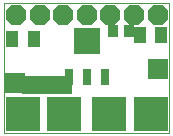
<source format=gbs>
G75*
%MOIN*%
%OFA0B0*%
%FSLAX25Y25*%
%IPPOS*%
%LPD*%
%AMOC8*
5,1,8,0,0,1.08239X$1,22.5*
%
%ADD10C,0.00000*%
%ADD11R,0.16535X0.05906*%
%ADD12R,0.11430X0.11430*%
%ADD13C,0.01981*%
%ADD14R,0.06706X0.06706*%
%ADD15R,0.03950X0.05524*%
%ADD16OC8,0.06706*%
%ADD17R,0.03083X0.05524*%
%ADD18R,0.08674X0.08674*%
%ADD19R,0.03556X0.04343*%
D10*
X0056586Y0044415D02*
X0056586Y0087722D01*
X0111704Y0087722D01*
X0111704Y0044415D01*
X0056586Y0044415D01*
X0058593Y0047013D02*
X0058595Y0047061D01*
X0058601Y0047109D01*
X0058611Y0047156D01*
X0058624Y0047202D01*
X0058642Y0047247D01*
X0058662Y0047291D01*
X0058687Y0047333D01*
X0058715Y0047372D01*
X0058745Y0047409D01*
X0058779Y0047443D01*
X0058816Y0047475D01*
X0058854Y0047504D01*
X0058895Y0047529D01*
X0058938Y0047551D01*
X0058983Y0047569D01*
X0059029Y0047583D01*
X0059076Y0047594D01*
X0059124Y0047601D01*
X0059172Y0047604D01*
X0059220Y0047603D01*
X0059268Y0047598D01*
X0059316Y0047589D01*
X0059362Y0047577D01*
X0059407Y0047560D01*
X0059451Y0047540D01*
X0059493Y0047517D01*
X0059533Y0047490D01*
X0059571Y0047460D01*
X0059606Y0047427D01*
X0059638Y0047391D01*
X0059668Y0047353D01*
X0059694Y0047312D01*
X0059716Y0047269D01*
X0059736Y0047225D01*
X0059751Y0047180D01*
X0059763Y0047133D01*
X0059771Y0047085D01*
X0059775Y0047037D01*
X0059775Y0046989D01*
X0059771Y0046941D01*
X0059763Y0046893D01*
X0059751Y0046846D01*
X0059736Y0046801D01*
X0059716Y0046757D01*
X0059694Y0046714D01*
X0059668Y0046673D01*
X0059638Y0046635D01*
X0059606Y0046599D01*
X0059571Y0046566D01*
X0059533Y0046536D01*
X0059493Y0046509D01*
X0059451Y0046486D01*
X0059407Y0046466D01*
X0059362Y0046449D01*
X0059316Y0046437D01*
X0059268Y0046428D01*
X0059220Y0046423D01*
X0059172Y0046422D01*
X0059124Y0046425D01*
X0059076Y0046432D01*
X0059029Y0046443D01*
X0058983Y0046457D01*
X0058938Y0046475D01*
X0058895Y0046497D01*
X0058854Y0046522D01*
X0058816Y0046551D01*
X0058779Y0046583D01*
X0058745Y0046617D01*
X0058715Y0046654D01*
X0058687Y0046693D01*
X0058662Y0046735D01*
X0058642Y0046779D01*
X0058624Y0046824D01*
X0058611Y0046870D01*
X0058601Y0046917D01*
X0058595Y0046965D01*
X0058593Y0047013D01*
X0058593Y0054415D02*
X0058595Y0054463D01*
X0058601Y0054511D01*
X0058611Y0054558D01*
X0058624Y0054604D01*
X0058642Y0054649D01*
X0058662Y0054693D01*
X0058687Y0054735D01*
X0058715Y0054774D01*
X0058745Y0054811D01*
X0058779Y0054845D01*
X0058816Y0054877D01*
X0058854Y0054906D01*
X0058895Y0054931D01*
X0058938Y0054953D01*
X0058983Y0054971D01*
X0059029Y0054985D01*
X0059076Y0054996D01*
X0059124Y0055003D01*
X0059172Y0055006D01*
X0059220Y0055005D01*
X0059268Y0055000D01*
X0059316Y0054991D01*
X0059362Y0054979D01*
X0059407Y0054962D01*
X0059451Y0054942D01*
X0059493Y0054919D01*
X0059533Y0054892D01*
X0059571Y0054862D01*
X0059606Y0054829D01*
X0059638Y0054793D01*
X0059668Y0054755D01*
X0059694Y0054714D01*
X0059716Y0054671D01*
X0059736Y0054627D01*
X0059751Y0054582D01*
X0059763Y0054535D01*
X0059771Y0054487D01*
X0059775Y0054439D01*
X0059775Y0054391D01*
X0059771Y0054343D01*
X0059763Y0054295D01*
X0059751Y0054248D01*
X0059736Y0054203D01*
X0059716Y0054159D01*
X0059694Y0054116D01*
X0059668Y0054075D01*
X0059638Y0054037D01*
X0059606Y0054001D01*
X0059571Y0053968D01*
X0059533Y0053938D01*
X0059493Y0053911D01*
X0059451Y0053888D01*
X0059407Y0053868D01*
X0059362Y0053851D01*
X0059316Y0053839D01*
X0059268Y0053830D01*
X0059220Y0053825D01*
X0059172Y0053824D01*
X0059124Y0053827D01*
X0059076Y0053834D01*
X0059029Y0053845D01*
X0058983Y0053859D01*
X0058938Y0053877D01*
X0058895Y0053899D01*
X0058854Y0053924D01*
X0058816Y0053953D01*
X0058779Y0053985D01*
X0058745Y0054019D01*
X0058715Y0054056D01*
X0058687Y0054095D01*
X0058662Y0054137D01*
X0058642Y0054181D01*
X0058624Y0054226D01*
X0058611Y0054272D01*
X0058601Y0054319D01*
X0058595Y0054367D01*
X0058593Y0054415D01*
X0065995Y0054415D02*
X0065997Y0054463D01*
X0066003Y0054511D01*
X0066013Y0054558D01*
X0066026Y0054604D01*
X0066044Y0054649D01*
X0066064Y0054693D01*
X0066089Y0054735D01*
X0066117Y0054774D01*
X0066147Y0054811D01*
X0066181Y0054845D01*
X0066218Y0054877D01*
X0066256Y0054906D01*
X0066297Y0054931D01*
X0066340Y0054953D01*
X0066385Y0054971D01*
X0066431Y0054985D01*
X0066478Y0054996D01*
X0066526Y0055003D01*
X0066574Y0055006D01*
X0066622Y0055005D01*
X0066670Y0055000D01*
X0066718Y0054991D01*
X0066764Y0054979D01*
X0066809Y0054962D01*
X0066853Y0054942D01*
X0066895Y0054919D01*
X0066935Y0054892D01*
X0066973Y0054862D01*
X0067008Y0054829D01*
X0067040Y0054793D01*
X0067070Y0054755D01*
X0067096Y0054714D01*
X0067118Y0054671D01*
X0067138Y0054627D01*
X0067153Y0054582D01*
X0067165Y0054535D01*
X0067173Y0054487D01*
X0067177Y0054439D01*
X0067177Y0054391D01*
X0067173Y0054343D01*
X0067165Y0054295D01*
X0067153Y0054248D01*
X0067138Y0054203D01*
X0067118Y0054159D01*
X0067096Y0054116D01*
X0067070Y0054075D01*
X0067040Y0054037D01*
X0067008Y0054001D01*
X0066973Y0053968D01*
X0066935Y0053938D01*
X0066895Y0053911D01*
X0066853Y0053888D01*
X0066809Y0053868D01*
X0066764Y0053851D01*
X0066718Y0053839D01*
X0066670Y0053830D01*
X0066622Y0053825D01*
X0066574Y0053824D01*
X0066526Y0053827D01*
X0066478Y0053834D01*
X0066431Y0053845D01*
X0066385Y0053859D01*
X0066340Y0053877D01*
X0066297Y0053899D01*
X0066256Y0053924D01*
X0066218Y0053953D01*
X0066181Y0053985D01*
X0066147Y0054019D01*
X0066117Y0054056D01*
X0066089Y0054095D01*
X0066064Y0054137D01*
X0066044Y0054181D01*
X0066026Y0054226D01*
X0066013Y0054272D01*
X0066003Y0054319D01*
X0065997Y0054367D01*
X0065995Y0054415D01*
X0072373Y0054415D02*
X0072375Y0054463D01*
X0072381Y0054511D01*
X0072391Y0054558D01*
X0072404Y0054604D01*
X0072422Y0054649D01*
X0072442Y0054693D01*
X0072467Y0054735D01*
X0072495Y0054774D01*
X0072525Y0054811D01*
X0072559Y0054845D01*
X0072596Y0054877D01*
X0072634Y0054906D01*
X0072675Y0054931D01*
X0072718Y0054953D01*
X0072763Y0054971D01*
X0072809Y0054985D01*
X0072856Y0054996D01*
X0072904Y0055003D01*
X0072952Y0055006D01*
X0073000Y0055005D01*
X0073048Y0055000D01*
X0073096Y0054991D01*
X0073142Y0054979D01*
X0073187Y0054962D01*
X0073231Y0054942D01*
X0073273Y0054919D01*
X0073313Y0054892D01*
X0073351Y0054862D01*
X0073386Y0054829D01*
X0073418Y0054793D01*
X0073448Y0054755D01*
X0073474Y0054714D01*
X0073496Y0054671D01*
X0073516Y0054627D01*
X0073531Y0054582D01*
X0073543Y0054535D01*
X0073551Y0054487D01*
X0073555Y0054439D01*
X0073555Y0054391D01*
X0073551Y0054343D01*
X0073543Y0054295D01*
X0073531Y0054248D01*
X0073516Y0054203D01*
X0073496Y0054159D01*
X0073474Y0054116D01*
X0073448Y0054075D01*
X0073418Y0054037D01*
X0073386Y0054001D01*
X0073351Y0053968D01*
X0073313Y0053938D01*
X0073273Y0053911D01*
X0073231Y0053888D01*
X0073187Y0053868D01*
X0073142Y0053851D01*
X0073096Y0053839D01*
X0073048Y0053830D01*
X0073000Y0053825D01*
X0072952Y0053824D01*
X0072904Y0053827D01*
X0072856Y0053834D01*
X0072809Y0053845D01*
X0072763Y0053859D01*
X0072718Y0053877D01*
X0072675Y0053899D01*
X0072634Y0053924D01*
X0072596Y0053953D01*
X0072559Y0053985D01*
X0072525Y0054019D01*
X0072495Y0054056D01*
X0072467Y0054095D01*
X0072442Y0054137D01*
X0072422Y0054181D01*
X0072404Y0054226D01*
X0072391Y0054272D01*
X0072381Y0054319D01*
X0072375Y0054367D01*
X0072373Y0054415D01*
X0072373Y0047013D02*
X0072375Y0047061D01*
X0072381Y0047109D01*
X0072391Y0047156D01*
X0072404Y0047202D01*
X0072422Y0047247D01*
X0072442Y0047291D01*
X0072467Y0047333D01*
X0072495Y0047372D01*
X0072525Y0047409D01*
X0072559Y0047443D01*
X0072596Y0047475D01*
X0072634Y0047504D01*
X0072675Y0047529D01*
X0072718Y0047551D01*
X0072763Y0047569D01*
X0072809Y0047583D01*
X0072856Y0047594D01*
X0072904Y0047601D01*
X0072952Y0047604D01*
X0073000Y0047603D01*
X0073048Y0047598D01*
X0073096Y0047589D01*
X0073142Y0047577D01*
X0073187Y0047560D01*
X0073231Y0047540D01*
X0073273Y0047517D01*
X0073313Y0047490D01*
X0073351Y0047460D01*
X0073386Y0047427D01*
X0073418Y0047391D01*
X0073448Y0047353D01*
X0073474Y0047312D01*
X0073496Y0047269D01*
X0073516Y0047225D01*
X0073531Y0047180D01*
X0073543Y0047133D01*
X0073551Y0047085D01*
X0073555Y0047037D01*
X0073555Y0046989D01*
X0073551Y0046941D01*
X0073543Y0046893D01*
X0073531Y0046846D01*
X0073516Y0046801D01*
X0073496Y0046757D01*
X0073474Y0046714D01*
X0073448Y0046673D01*
X0073418Y0046635D01*
X0073386Y0046599D01*
X0073351Y0046566D01*
X0073313Y0046536D01*
X0073273Y0046509D01*
X0073231Y0046486D01*
X0073187Y0046466D01*
X0073142Y0046449D01*
X0073096Y0046437D01*
X0073048Y0046428D01*
X0073000Y0046423D01*
X0072952Y0046422D01*
X0072904Y0046425D01*
X0072856Y0046432D01*
X0072809Y0046443D01*
X0072763Y0046457D01*
X0072718Y0046475D01*
X0072675Y0046497D01*
X0072634Y0046522D01*
X0072596Y0046551D01*
X0072559Y0046583D01*
X0072525Y0046617D01*
X0072495Y0046654D01*
X0072467Y0046693D01*
X0072442Y0046735D01*
X0072422Y0046779D01*
X0072404Y0046824D01*
X0072391Y0046870D01*
X0072381Y0046917D01*
X0072375Y0046965D01*
X0072373Y0047013D01*
X0065995Y0047013D02*
X0065997Y0047061D01*
X0066003Y0047109D01*
X0066013Y0047156D01*
X0066026Y0047202D01*
X0066044Y0047247D01*
X0066064Y0047291D01*
X0066089Y0047333D01*
X0066117Y0047372D01*
X0066147Y0047409D01*
X0066181Y0047443D01*
X0066218Y0047475D01*
X0066256Y0047504D01*
X0066297Y0047529D01*
X0066340Y0047551D01*
X0066385Y0047569D01*
X0066431Y0047583D01*
X0066478Y0047594D01*
X0066526Y0047601D01*
X0066574Y0047604D01*
X0066622Y0047603D01*
X0066670Y0047598D01*
X0066718Y0047589D01*
X0066764Y0047577D01*
X0066809Y0047560D01*
X0066853Y0047540D01*
X0066895Y0047517D01*
X0066935Y0047490D01*
X0066973Y0047460D01*
X0067008Y0047427D01*
X0067040Y0047391D01*
X0067070Y0047353D01*
X0067096Y0047312D01*
X0067118Y0047269D01*
X0067138Y0047225D01*
X0067153Y0047180D01*
X0067165Y0047133D01*
X0067173Y0047085D01*
X0067177Y0047037D01*
X0067177Y0046989D01*
X0067173Y0046941D01*
X0067165Y0046893D01*
X0067153Y0046846D01*
X0067138Y0046801D01*
X0067118Y0046757D01*
X0067096Y0046714D01*
X0067070Y0046673D01*
X0067040Y0046635D01*
X0067008Y0046599D01*
X0066973Y0046566D01*
X0066935Y0046536D01*
X0066895Y0046509D01*
X0066853Y0046486D01*
X0066809Y0046466D01*
X0066764Y0046449D01*
X0066718Y0046437D01*
X0066670Y0046428D01*
X0066622Y0046423D01*
X0066574Y0046422D01*
X0066526Y0046425D01*
X0066478Y0046432D01*
X0066431Y0046443D01*
X0066385Y0046457D01*
X0066340Y0046475D01*
X0066297Y0046497D01*
X0066256Y0046522D01*
X0066218Y0046551D01*
X0066181Y0046583D01*
X0066147Y0046617D01*
X0066117Y0046654D01*
X0066089Y0046693D01*
X0066064Y0046735D01*
X0066044Y0046779D01*
X0066026Y0046824D01*
X0066013Y0046870D01*
X0066003Y0046917D01*
X0065997Y0046965D01*
X0065995Y0047013D01*
X0079774Y0047013D02*
X0079776Y0047061D01*
X0079782Y0047109D01*
X0079792Y0047156D01*
X0079805Y0047202D01*
X0079823Y0047247D01*
X0079843Y0047291D01*
X0079868Y0047333D01*
X0079896Y0047372D01*
X0079926Y0047409D01*
X0079960Y0047443D01*
X0079997Y0047475D01*
X0080035Y0047504D01*
X0080076Y0047529D01*
X0080119Y0047551D01*
X0080164Y0047569D01*
X0080210Y0047583D01*
X0080257Y0047594D01*
X0080305Y0047601D01*
X0080353Y0047604D01*
X0080401Y0047603D01*
X0080449Y0047598D01*
X0080497Y0047589D01*
X0080543Y0047577D01*
X0080588Y0047560D01*
X0080632Y0047540D01*
X0080674Y0047517D01*
X0080714Y0047490D01*
X0080752Y0047460D01*
X0080787Y0047427D01*
X0080819Y0047391D01*
X0080849Y0047353D01*
X0080875Y0047312D01*
X0080897Y0047269D01*
X0080917Y0047225D01*
X0080932Y0047180D01*
X0080944Y0047133D01*
X0080952Y0047085D01*
X0080956Y0047037D01*
X0080956Y0046989D01*
X0080952Y0046941D01*
X0080944Y0046893D01*
X0080932Y0046846D01*
X0080917Y0046801D01*
X0080897Y0046757D01*
X0080875Y0046714D01*
X0080849Y0046673D01*
X0080819Y0046635D01*
X0080787Y0046599D01*
X0080752Y0046566D01*
X0080714Y0046536D01*
X0080674Y0046509D01*
X0080632Y0046486D01*
X0080588Y0046466D01*
X0080543Y0046449D01*
X0080497Y0046437D01*
X0080449Y0046428D01*
X0080401Y0046423D01*
X0080353Y0046422D01*
X0080305Y0046425D01*
X0080257Y0046432D01*
X0080210Y0046443D01*
X0080164Y0046457D01*
X0080119Y0046475D01*
X0080076Y0046497D01*
X0080035Y0046522D01*
X0079997Y0046551D01*
X0079960Y0046583D01*
X0079926Y0046617D01*
X0079896Y0046654D01*
X0079868Y0046693D01*
X0079843Y0046735D01*
X0079823Y0046779D01*
X0079805Y0046824D01*
X0079792Y0046870D01*
X0079782Y0046917D01*
X0079776Y0046965D01*
X0079774Y0047013D01*
X0079774Y0054415D02*
X0079776Y0054463D01*
X0079782Y0054511D01*
X0079792Y0054558D01*
X0079805Y0054604D01*
X0079823Y0054649D01*
X0079843Y0054693D01*
X0079868Y0054735D01*
X0079896Y0054774D01*
X0079926Y0054811D01*
X0079960Y0054845D01*
X0079997Y0054877D01*
X0080035Y0054906D01*
X0080076Y0054931D01*
X0080119Y0054953D01*
X0080164Y0054971D01*
X0080210Y0054985D01*
X0080257Y0054996D01*
X0080305Y0055003D01*
X0080353Y0055006D01*
X0080401Y0055005D01*
X0080449Y0055000D01*
X0080497Y0054991D01*
X0080543Y0054979D01*
X0080588Y0054962D01*
X0080632Y0054942D01*
X0080674Y0054919D01*
X0080714Y0054892D01*
X0080752Y0054862D01*
X0080787Y0054829D01*
X0080819Y0054793D01*
X0080849Y0054755D01*
X0080875Y0054714D01*
X0080897Y0054671D01*
X0080917Y0054627D01*
X0080932Y0054582D01*
X0080944Y0054535D01*
X0080952Y0054487D01*
X0080956Y0054439D01*
X0080956Y0054391D01*
X0080952Y0054343D01*
X0080944Y0054295D01*
X0080932Y0054248D01*
X0080917Y0054203D01*
X0080897Y0054159D01*
X0080875Y0054116D01*
X0080849Y0054075D01*
X0080819Y0054037D01*
X0080787Y0054001D01*
X0080752Y0053968D01*
X0080714Y0053938D01*
X0080674Y0053911D01*
X0080632Y0053888D01*
X0080588Y0053868D01*
X0080543Y0053851D01*
X0080497Y0053839D01*
X0080449Y0053830D01*
X0080401Y0053825D01*
X0080353Y0053824D01*
X0080305Y0053827D01*
X0080257Y0053834D01*
X0080210Y0053845D01*
X0080164Y0053859D01*
X0080119Y0053877D01*
X0080076Y0053899D01*
X0080035Y0053924D01*
X0079997Y0053953D01*
X0079960Y0053985D01*
X0079926Y0054019D01*
X0079896Y0054056D01*
X0079868Y0054095D01*
X0079843Y0054137D01*
X0079823Y0054181D01*
X0079805Y0054226D01*
X0079792Y0054272D01*
X0079782Y0054319D01*
X0079776Y0054367D01*
X0079774Y0054415D01*
X0087333Y0054415D02*
X0087335Y0054463D01*
X0087341Y0054511D01*
X0087351Y0054558D01*
X0087364Y0054604D01*
X0087382Y0054649D01*
X0087402Y0054693D01*
X0087427Y0054735D01*
X0087455Y0054774D01*
X0087485Y0054811D01*
X0087519Y0054845D01*
X0087556Y0054877D01*
X0087594Y0054906D01*
X0087635Y0054931D01*
X0087678Y0054953D01*
X0087723Y0054971D01*
X0087769Y0054985D01*
X0087816Y0054996D01*
X0087864Y0055003D01*
X0087912Y0055006D01*
X0087960Y0055005D01*
X0088008Y0055000D01*
X0088056Y0054991D01*
X0088102Y0054979D01*
X0088147Y0054962D01*
X0088191Y0054942D01*
X0088233Y0054919D01*
X0088273Y0054892D01*
X0088311Y0054862D01*
X0088346Y0054829D01*
X0088378Y0054793D01*
X0088408Y0054755D01*
X0088434Y0054714D01*
X0088456Y0054671D01*
X0088476Y0054627D01*
X0088491Y0054582D01*
X0088503Y0054535D01*
X0088511Y0054487D01*
X0088515Y0054439D01*
X0088515Y0054391D01*
X0088511Y0054343D01*
X0088503Y0054295D01*
X0088491Y0054248D01*
X0088476Y0054203D01*
X0088456Y0054159D01*
X0088434Y0054116D01*
X0088408Y0054075D01*
X0088378Y0054037D01*
X0088346Y0054001D01*
X0088311Y0053968D01*
X0088273Y0053938D01*
X0088233Y0053911D01*
X0088191Y0053888D01*
X0088147Y0053868D01*
X0088102Y0053851D01*
X0088056Y0053839D01*
X0088008Y0053830D01*
X0087960Y0053825D01*
X0087912Y0053824D01*
X0087864Y0053827D01*
X0087816Y0053834D01*
X0087769Y0053845D01*
X0087723Y0053859D01*
X0087678Y0053877D01*
X0087635Y0053899D01*
X0087594Y0053924D01*
X0087556Y0053953D01*
X0087519Y0053985D01*
X0087485Y0054019D01*
X0087455Y0054056D01*
X0087427Y0054095D01*
X0087402Y0054137D01*
X0087382Y0054181D01*
X0087364Y0054226D01*
X0087351Y0054272D01*
X0087341Y0054319D01*
X0087335Y0054367D01*
X0087333Y0054415D01*
X0087333Y0047013D02*
X0087335Y0047061D01*
X0087341Y0047109D01*
X0087351Y0047156D01*
X0087364Y0047202D01*
X0087382Y0047247D01*
X0087402Y0047291D01*
X0087427Y0047333D01*
X0087455Y0047372D01*
X0087485Y0047409D01*
X0087519Y0047443D01*
X0087556Y0047475D01*
X0087594Y0047504D01*
X0087635Y0047529D01*
X0087678Y0047551D01*
X0087723Y0047569D01*
X0087769Y0047583D01*
X0087816Y0047594D01*
X0087864Y0047601D01*
X0087912Y0047604D01*
X0087960Y0047603D01*
X0088008Y0047598D01*
X0088056Y0047589D01*
X0088102Y0047577D01*
X0088147Y0047560D01*
X0088191Y0047540D01*
X0088233Y0047517D01*
X0088273Y0047490D01*
X0088311Y0047460D01*
X0088346Y0047427D01*
X0088378Y0047391D01*
X0088408Y0047353D01*
X0088434Y0047312D01*
X0088456Y0047269D01*
X0088476Y0047225D01*
X0088491Y0047180D01*
X0088503Y0047133D01*
X0088511Y0047085D01*
X0088515Y0047037D01*
X0088515Y0046989D01*
X0088511Y0046941D01*
X0088503Y0046893D01*
X0088491Y0046846D01*
X0088476Y0046801D01*
X0088456Y0046757D01*
X0088434Y0046714D01*
X0088408Y0046673D01*
X0088378Y0046635D01*
X0088346Y0046599D01*
X0088311Y0046566D01*
X0088273Y0046536D01*
X0088233Y0046509D01*
X0088191Y0046486D01*
X0088147Y0046466D01*
X0088102Y0046449D01*
X0088056Y0046437D01*
X0088008Y0046428D01*
X0087960Y0046423D01*
X0087912Y0046422D01*
X0087864Y0046425D01*
X0087816Y0046432D01*
X0087769Y0046443D01*
X0087723Y0046457D01*
X0087678Y0046475D01*
X0087635Y0046497D01*
X0087594Y0046522D01*
X0087556Y0046551D01*
X0087519Y0046583D01*
X0087485Y0046617D01*
X0087455Y0046654D01*
X0087427Y0046693D01*
X0087402Y0046735D01*
X0087382Y0046779D01*
X0087364Y0046824D01*
X0087351Y0046870D01*
X0087341Y0046917D01*
X0087335Y0046965D01*
X0087333Y0047013D01*
X0094735Y0047013D02*
X0094737Y0047061D01*
X0094743Y0047109D01*
X0094753Y0047156D01*
X0094766Y0047202D01*
X0094784Y0047247D01*
X0094804Y0047291D01*
X0094829Y0047333D01*
X0094857Y0047372D01*
X0094887Y0047409D01*
X0094921Y0047443D01*
X0094958Y0047475D01*
X0094996Y0047504D01*
X0095037Y0047529D01*
X0095080Y0047551D01*
X0095125Y0047569D01*
X0095171Y0047583D01*
X0095218Y0047594D01*
X0095266Y0047601D01*
X0095314Y0047604D01*
X0095362Y0047603D01*
X0095410Y0047598D01*
X0095458Y0047589D01*
X0095504Y0047577D01*
X0095549Y0047560D01*
X0095593Y0047540D01*
X0095635Y0047517D01*
X0095675Y0047490D01*
X0095713Y0047460D01*
X0095748Y0047427D01*
X0095780Y0047391D01*
X0095810Y0047353D01*
X0095836Y0047312D01*
X0095858Y0047269D01*
X0095878Y0047225D01*
X0095893Y0047180D01*
X0095905Y0047133D01*
X0095913Y0047085D01*
X0095917Y0047037D01*
X0095917Y0046989D01*
X0095913Y0046941D01*
X0095905Y0046893D01*
X0095893Y0046846D01*
X0095878Y0046801D01*
X0095858Y0046757D01*
X0095836Y0046714D01*
X0095810Y0046673D01*
X0095780Y0046635D01*
X0095748Y0046599D01*
X0095713Y0046566D01*
X0095675Y0046536D01*
X0095635Y0046509D01*
X0095593Y0046486D01*
X0095549Y0046466D01*
X0095504Y0046449D01*
X0095458Y0046437D01*
X0095410Y0046428D01*
X0095362Y0046423D01*
X0095314Y0046422D01*
X0095266Y0046425D01*
X0095218Y0046432D01*
X0095171Y0046443D01*
X0095125Y0046457D01*
X0095080Y0046475D01*
X0095037Y0046497D01*
X0094996Y0046522D01*
X0094958Y0046551D01*
X0094921Y0046583D01*
X0094887Y0046617D01*
X0094857Y0046654D01*
X0094829Y0046693D01*
X0094804Y0046735D01*
X0094784Y0046779D01*
X0094766Y0046824D01*
X0094753Y0046870D01*
X0094743Y0046917D01*
X0094737Y0046965D01*
X0094735Y0047013D01*
X0101113Y0047013D02*
X0101115Y0047061D01*
X0101121Y0047109D01*
X0101131Y0047156D01*
X0101144Y0047202D01*
X0101162Y0047247D01*
X0101182Y0047291D01*
X0101207Y0047333D01*
X0101235Y0047372D01*
X0101265Y0047409D01*
X0101299Y0047443D01*
X0101336Y0047475D01*
X0101374Y0047504D01*
X0101415Y0047529D01*
X0101458Y0047551D01*
X0101503Y0047569D01*
X0101549Y0047583D01*
X0101596Y0047594D01*
X0101644Y0047601D01*
X0101692Y0047604D01*
X0101740Y0047603D01*
X0101788Y0047598D01*
X0101836Y0047589D01*
X0101882Y0047577D01*
X0101927Y0047560D01*
X0101971Y0047540D01*
X0102013Y0047517D01*
X0102053Y0047490D01*
X0102091Y0047460D01*
X0102126Y0047427D01*
X0102158Y0047391D01*
X0102188Y0047353D01*
X0102214Y0047312D01*
X0102236Y0047269D01*
X0102256Y0047225D01*
X0102271Y0047180D01*
X0102283Y0047133D01*
X0102291Y0047085D01*
X0102295Y0047037D01*
X0102295Y0046989D01*
X0102291Y0046941D01*
X0102283Y0046893D01*
X0102271Y0046846D01*
X0102256Y0046801D01*
X0102236Y0046757D01*
X0102214Y0046714D01*
X0102188Y0046673D01*
X0102158Y0046635D01*
X0102126Y0046599D01*
X0102091Y0046566D01*
X0102053Y0046536D01*
X0102013Y0046509D01*
X0101971Y0046486D01*
X0101927Y0046466D01*
X0101882Y0046449D01*
X0101836Y0046437D01*
X0101788Y0046428D01*
X0101740Y0046423D01*
X0101692Y0046422D01*
X0101644Y0046425D01*
X0101596Y0046432D01*
X0101549Y0046443D01*
X0101503Y0046457D01*
X0101458Y0046475D01*
X0101415Y0046497D01*
X0101374Y0046522D01*
X0101336Y0046551D01*
X0101299Y0046583D01*
X0101265Y0046617D01*
X0101235Y0046654D01*
X0101207Y0046693D01*
X0101182Y0046735D01*
X0101162Y0046779D01*
X0101144Y0046824D01*
X0101131Y0046870D01*
X0101121Y0046917D01*
X0101115Y0046965D01*
X0101113Y0047013D01*
X0101113Y0054415D02*
X0101115Y0054463D01*
X0101121Y0054511D01*
X0101131Y0054558D01*
X0101144Y0054604D01*
X0101162Y0054649D01*
X0101182Y0054693D01*
X0101207Y0054735D01*
X0101235Y0054774D01*
X0101265Y0054811D01*
X0101299Y0054845D01*
X0101336Y0054877D01*
X0101374Y0054906D01*
X0101415Y0054931D01*
X0101458Y0054953D01*
X0101503Y0054971D01*
X0101549Y0054985D01*
X0101596Y0054996D01*
X0101644Y0055003D01*
X0101692Y0055006D01*
X0101740Y0055005D01*
X0101788Y0055000D01*
X0101836Y0054991D01*
X0101882Y0054979D01*
X0101927Y0054962D01*
X0101971Y0054942D01*
X0102013Y0054919D01*
X0102053Y0054892D01*
X0102091Y0054862D01*
X0102126Y0054829D01*
X0102158Y0054793D01*
X0102188Y0054755D01*
X0102214Y0054714D01*
X0102236Y0054671D01*
X0102256Y0054627D01*
X0102271Y0054582D01*
X0102283Y0054535D01*
X0102291Y0054487D01*
X0102295Y0054439D01*
X0102295Y0054391D01*
X0102291Y0054343D01*
X0102283Y0054295D01*
X0102271Y0054248D01*
X0102256Y0054203D01*
X0102236Y0054159D01*
X0102214Y0054116D01*
X0102188Y0054075D01*
X0102158Y0054037D01*
X0102126Y0054001D01*
X0102091Y0053968D01*
X0102053Y0053938D01*
X0102013Y0053911D01*
X0101971Y0053888D01*
X0101927Y0053868D01*
X0101882Y0053851D01*
X0101836Y0053839D01*
X0101788Y0053830D01*
X0101740Y0053825D01*
X0101692Y0053824D01*
X0101644Y0053827D01*
X0101596Y0053834D01*
X0101549Y0053845D01*
X0101503Y0053859D01*
X0101458Y0053877D01*
X0101415Y0053899D01*
X0101374Y0053924D01*
X0101336Y0053953D01*
X0101299Y0053985D01*
X0101265Y0054019D01*
X0101235Y0054056D01*
X0101207Y0054095D01*
X0101182Y0054137D01*
X0101162Y0054181D01*
X0101144Y0054226D01*
X0101131Y0054272D01*
X0101121Y0054319D01*
X0101115Y0054367D01*
X0101113Y0054415D01*
X0094735Y0054415D02*
X0094737Y0054463D01*
X0094743Y0054511D01*
X0094753Y0054558D01*
X0094766Y0054604D01*
X0094784Y0054649D01*
X0094804Y0054693D01*
X0094829Y0054735D01*
X0094857Y0054774D01*
X0094887Y0054811D01*
X0094921Y0054845D01*
X0094958Y0054877D01*
X0094996Y0054906D01*
X0095037Y0054931D01*
X0095080Y0054953D01*
X0095125Y0054971D01*
X0095171Y0054985D01*
X0095218Y0054996D01*
X0095266Y0055003D01*
X0095314Y0055006D01*
X0095362Y0055005D01*
X0095410Y0055000D01*
X0095458Y0054991D01*
X0095504Y0054979D01*
X0095549Y0054962D01*
X0095593Y0054942D01*
X0095635Y0054919D01*
X0095675Y0054892D01*
X0095713Y0054862D01*
X0095748Y0054829D01*
X0095780Y0054793D01*
X0095810Y0054755D01*
X0095836Y0054714D01*
X0095858Y0054671D01*
X0095878Y0054627D01*
X0095893Y0054582D01*
X0095905Y0054535D01*
X0095913Y0054487D01*
X0095917Y0054439D01*
X0095917Y0054391D01*
X0095913Y0054343D01*
X0095905Y0054295D01*
X0095893Y0054248D01*
X0095878Y0054203D01*
X0095858Y0054159D01*
X0095836Y0054116D01*
X0095810Y0054075D01*
X0095780Y0054037D01*
X0095748Y0054001D01*
X0095713Y0053968D01*
X0095675Y0053938D01*
X0095635Y0053911D01*
X0095593Y0053888D01*
X0095549Y0053868D01*
X0095504Y0053851D01*
X0095458Y0053839D01*
X0095410Y0053830D01*
X0095362Y0053825D01*
X0095314Y0053824D01*
X0095266Y0053827D01*
X0095218Y0053834D01*
X0095171Y0053845D01*
X0095125Y0053859D01*
X0095080Y0053877D01*
X0095037Y0053899D01*
X0094996Y0053924D01*
X0094958Y0053953D01*
X0094921Y0053985D01*
X0094887Y0054019D01*
X0094857Y0054056D01*
X0094829Y0054095D01*
X0094804Y0054137D01*
X0094784Y0054181D01*
X0094766Y0054226D01*
X0094753Y0054272D01*
X0094743Y0054319D01*
X0094737Y0054367D01*
X0094735Y0054415D01*
X0108515Y0054415D02*
X0108517Y0054463D01*
X0108523Y0054511D01*
X0108533Y0054558D01*
X0108546Y0054604D01*
X0108564Y0054649D01*
X0108584Y0054693D01*
X0108609Y0054735D01*
X0108637Y0054774D01*
X0108667Y0054811D01*
X0108701Y0054845D01*
X0108738Y0054877D01*
X0108776Y0054906D01*
X0108817Y0054931D01*
X0108860Y0054953D01*
X0108905Y0054971D01*
X0108951Y0054985D01*
X0108998Y0054996D01*
X0109046Y0055003D01*
X0109094Y0055006D01*
X0109142Y0055005D01*
X0109190Y0055000D01*
X0109238Y0054991D01*
X0109284Y0054979D01*
X0109329Y0054962D01*
X0109373Y0054942D01*
X0109415Y0054919D01*
X0109455Y0054892D01*
X0109493Y0054862D01*
X0109528Y0054829D01*
X0109560Y0054793D01*
X0109590Y0054755D01*
X0109616Y0054714D01*
X0109638Y0054671D01*
X0109658Y0054627D01*
X0109673Y0054582D01*
X0109685Y0054535D01*
X0109693Y0054487D01*
X0109697Y0054439D01*
X0109697Y0054391D01*
X0109693Y0054343D01*
X0109685Y0054295D01*
X0109673Y0054248D01*
X0109658Y0054203D01*
X0109638Y0054159D01*
X0109616Y0054116D01*
X0109590Y0054075D01*
X0109560Y0054037D01*
X0109528Y0054001D01*
X0109493Y0053968D01*
X0109455Y0053938D01*
X0109415Y0053911D01*
X0109373Y0053888D01*
X0109329Y0053868D01*
X0109284Y0053851D01*
X0109238Y0053839D01*
X0109190Y0053830D01*
X0109142Y0053825D01*
X0109094Y0053824D01*
X0109046Y0053827D01*
X0108998Y0053834D01*
X0108951Y0053845D01*
X0108905Y0053859D01*
X0108860Y0053877D01*
X0108817Y0053899D01*
X0108776Y0053924D01*
X0108738Y0053953D01*
X0108701Y0053985D01*
X0108667Y0054019D01*
X0108637Y0054056D01*
X0108609Y0054095D01*
X0108584Y0054137D01*
X0108564Y0054181D01*
X0108546Y0054226D01*
X0108533Y0054272D01*
X0108523Y0054319D01*
X0108517Y0054367D01*
X0108515Y0054415D01*
X0108515Y0047013D02*
X0108517Y0047061D01*
X0108523Y0047109D01*
X0108533Y0047156D01*
X0108546Y0047202D01*
X0108564Y0047247D01*
X0108584Y0047291D01*
X0108609Y0047333D01*
X0108637Y0047372D01*
X0108667Y0047409D01*
X0108701Y0047443D01*
X0108738Y0047475D01*
X0108776Y0047504D01*
X0108817Y0047529D01*
X0108860Y0047551D01*
X0108905Y0047569D01*
X0108951Y0047583D01*
X0108998Y0047594D01*
X0109046Y0047601D01*
X0109094Y0047604D01*
X0109142Y0047603D01*
X0109190Y0047598D01*
X0109238Y0047589D01*
X0109284Y0047577D01*
X0109329Y0047560D01*
X0109373Y0047540D01*
X0109415Y0047517D01*
X0109455Y0047490D01*
X0109493Y0047460D01*
X0109528Y0047427D01*
X0109560Y0047391D01*
X0109590Y0047353D01*
X0109616Y0047312D01*
X0109638Y0047269D01*
X0109658Y0047225D01*
X0109673Y0047180D01*
X0109685Y0047133D01*
X0109693Y0047085D01*
X0109697Y0047037D01*
X0109697Y0046989D01*
X0109693Y0046941D01*
X0109685Y0046893D01*
X0109673Y0046846D01*
X0109658Y0046801D01*
X0109638Y0046757D01*
X0109616Y0046714D01*
X0109590Y0046673D01*
X0109560Y0046635D01*
X0109528Y0046599D01*
X0109493Y0046566D01*
X0109455Y0046536D01*
X0109415Y0046509D01*
X0109373Y0046486D01*
X0109329Y0046466D01*
X0109284Y0046449D01*
X0109238Y0046437D01*
X0109190Y0046428D01*
X0109142Y0046423D01*
X0109094Y0046422D01*
X0109046Y0046425D01*
X0108998Y0046432D01*
X0108951Y0046443D01*
X0108905Y0046457D01*
X0108860Y0046475D01*
X0108817Y0046497D01*
X0108776Y0046522D01*
X0108738Y0046551D01*
X0108701Y0046583D01*
X0108667Y0046617D01*
X0108637Y0046654D01*
X0108609Y0046693D01*
X0108584Y0046735D01*
X0108564Y0046779D01*
X0108546Y0046824D01*
X0108533Y0046870D01*
X0108523Y0046917D01*
X0108517Y0046965D01*
X0108515Y0047013D01*
D11*
X0070759Y0060360D03*
D12*
X0076665Y0050714D03*
X0062885Y0050714D03*
X0091625Y0050714D03*
X0105405Y0050714D03*
D13*
X0109106Y0047013D03*
X0109106Y0054415D03*
X0101704Y0054415D03*
X0095326Y0054415D03*
X0087924Y0054415D03*
X0087924Y0047013D03*
X0095326Y0047013D03*
X0101704Y0047013D03*
X0080365Y0047013D03*
X0072964Y0047013D03*
X0066586Y0047013D03*
X0059184Y0047013D03*
X0059184Y0054415D03*
X0066586Y0054415D03*
X0072964Y0054415D03*
X0080365Y0054415D03*
D14*
X0060365Y0060950D03*
X0107885Y0065517D03*
D15*
X0109027Y0077092D03*
X0101940Y0077092D03*
X0066428Y0075517D03*
X0059342Y0075517D03*
D16*
X0060523Y0083785D03*
X0068397Y0083785D03*
X0076271Y0083785D03*
X0084145Y0083785D03*
X0092019Y0083785D03*
X0099893Y0083785D03*
X0107767Y0083785D03*
D17*
X0090050Y0062919D03*
X0084145Y0062919D03*
X0078239Y0062919D03*
D18*
X0084145Y0075124D03*
D19*
X0093003Y0078273D03*
X0098121Y0078273D03*
M02*

</source>
